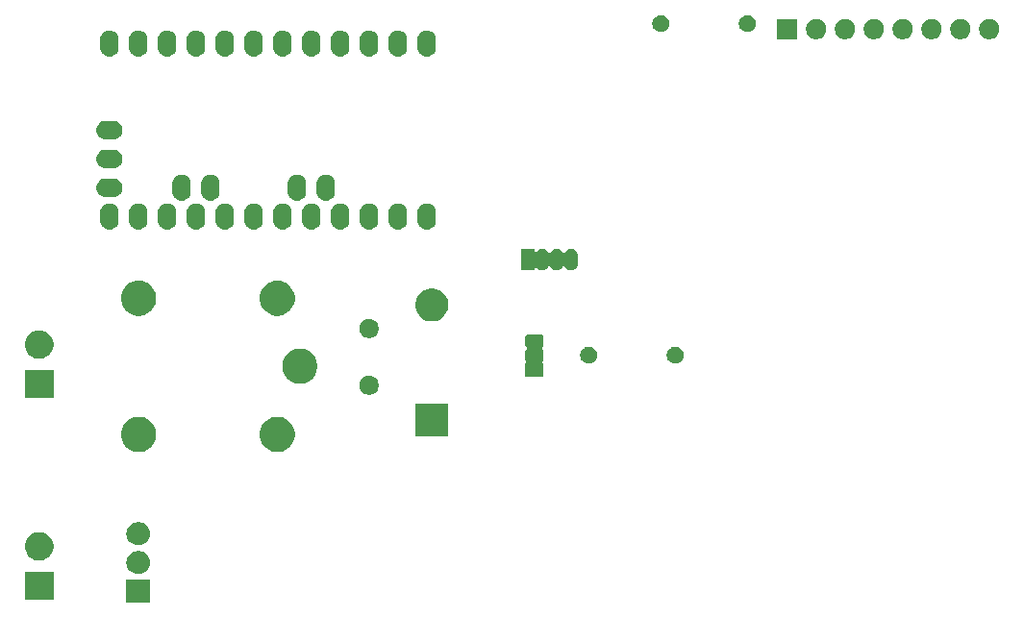
<source format=gbr>
G04 #@! TF.GenerationSoftware,KiCad,Pcbnew,(5.1.6)-1*
G04 #@! TF.CreationDate,2020-06-07T17:55:02+02:00*
G04 #@! TF.ProjectId,BOTLAND-2-KONTROLA-DOSTEPU,424f544c-414e-4442-9d32-2d4b4f4e5452,rev?*
G04 #@! TF.SameCoordinates,Original*
G04 #@! TF.FileFunction,Soldermask,Top*
G04 #@! TF.FilePolarity,Negative*
%FSLAX46Y46*%
G04 Gerber Fmt 4.6, Leading zero omitted, Abs format (unit mm)*
G04 Created by KiCad (PCBNEW (5.1.6)-1) date 2020-06-07 17:55:02*
%MOMM*%
%LPD*%
G01*
G04 APERTURE LIST*
%ADD10C,0.100000*%
G04 APERTURE END LIST*
D10*
G36*
X37881000Y-152133500D02*
G01*
X35779000Y-152133500D01*
X35779000Y-150126500D01*
X37881000Y-150126500D01*
X37881000Y-152133500D01*
G37*
G36*
X29353560Y-151908560D02*
G01*
X26851560Y-151908560D01*
X26851560Y-149406560D01*
X29353560Y-149406560D01*
X29353560Y-151908560D01*
G37*
G36*
X36975936Y-147591340D02*
G01*
X37074220Y-147601020D01*
X37263381Y-147658401D01*
X37437712Y-147751583D01*
X37590515Y-147876985D01*
X37715917Y-148029788D01*
X37809099Y-148204119D01*
X37866480Y-148393280D01*
X37885855Y-148590000D01*
X37866480Y-148786720D01*
X37809099Y-148975881D01*
X37715917Y-149150212D01*
X37590515Y-149303015D01*
X37437712Y-149428417D01*
X37263381Y-149521599D01*
X37074220Y-149578980D01*
X36975936Y-149588660D01*
X36926795Y-149593500D01*
X36733205Y-149593500D01*
X36684064Y-149588660D01*
X36585780Y-149578980D01*
X36396619Y-149521599D01*
X36222288Y-149428417D01*
X36069485Y-149303015D01*
X35944083Y-149150212D01*
X35850901Y-148975881D01*
X35793520Y-148786720D01*
X35774145Y-148590000D01*
X35793520Y-148393280D01*
X35850901Y-148204119D01*
X35944083Y-148029788D01*
X36069485Y-147876985D01*
X36222288Y-147751583D01*
X36396619Y-147658401D01*
X36585780Y-147601020D01*
X36684064Y-147591340D01*
X36733205Y-147586500D01*
X36926795Y-147586500D01*
X36975936Y-147591340D01*
G37*
G36*
X28467463Y-145954635D02*
G01*
X28695131Y-146048938D01*
X28900026Y-146185845D01*
X29074275Y-146360094D01*
X29211182Y-146564989D01*
X29305485Y-146792657D01*
X29353560Y-147034347D01*
X29353560Y-147280773D01*
X29305485Y-147522463D01*
X29211182Y-147750131D01*
X29074275Y-147955026D01*
X28900026Y-148129275D01*
X28695131Y-148266182D01*
X28695130Y-148266183D01*
X28695129Y-148266183D01*
X28467463Y-148360485D01*
X28225774Y-148408560D01*
X27979346Y-148408560D01*
X27737657Y-148360485D01*
X27509991Y-148266183D01*
X27509990Y-148266183D01*
X27509989Y-148266182D01*
X27305094Y-148129275D01*
X27130845Y-147955026D01*
X26993938Y-147750131D01*
X26899635Y-147522463D01*
X26851560Y-147280773D01*
X26851560Y-147034347D01*
X26899635Y-146792657D01*
X26993938Y-146564989D01*
X27130845Y-146360094D01*
X27305094Y-146185845D01*
X27509989Y-146048938D01*
X27737657Y-145954635D01*
X27979346Y-145906560D01*
X28225774Y-145906560D01*
X28467463Y-145954635D01*
G37*
G36*
X36975936Y-145051340D02*
G01*
X37074220Y-145061020D01*
X37263381Y-145118401D01*
X37437712Y-145211583D01*
X37590515Y-145336985D01*
X37715917Y-145489788D01*
X37809099Y-145664119D01*
X37866480Y-145853280D01*
X37885855Y-146050000D01*
X37866480Y-146246720D01*
X37809099Y-146435881D01*
X37715917Y-146610212D01*
X37590515Y-146763015D01*
X37437712Y-146888417D01*
X37263381Y-146981599D01*
X37074220Y-147038980D01*
X36975936Y-147048660D01*
X36926795Y-147053500D01*
X36733205Y-147053500D01*
X36684064Y-147048660D01*
X36585780Y-147038980D01*
X36396619Y-146981599D01*
X36222288Y-146888417D01*
X36069485Y-146763015D01*
X35944083Y-146610212D01*
X35850901Y-146435881D01*
X35793520Y-146246720D01*
X35774145Y-146050000D01*
X35793520Y-145853280D01*
X35850901Y-145664119D01*
X35944083Y-145489788D01*
X36069485Y-145336985D01*
X36222288Y-145211583D01*
X36396619Y-145118401D01*
X36585780Y-145061020D01*
X36684064Y-145051340D01*
X36733205Y-145046500D01*
X36926795Y-145046500D01*
X36975936Y-145051340D01*
G37*
G36*
X37161665Y-135786642D02*
G01*
X37311490Y-135816444D01*
X37593754Y-135933361D01*
X37847785Y-136103099D01*
X38063821Y-136319135D01*
X38233559Y-136573166D01*
X38350476Y-136855430D01*
X38410080Y-137155080D01*
X38410080Y-137460600D01*
X38350476Y-137760250D01*
X38233559Y-138042514D01*
X38063821Y-138296545D01*
X37847785Y-138512581D01*
X37593754Y-138682319D01*
X37311490Y-138799236D01*
X37161665Y-138829038D01*
X37011841Y-138858840D01*
X36706319Y-138858840D01*
X36556495Y-138829038D01*
X36406670Y-138799236D01*
X36124406Y-138682319D01*
X35870375Y-138512581D01*
X35654339Y-138296545D01*
X35484601Y-138042514D01*
X35367684Y-137760250D01*
X35308080Y-137460600D01*
X35308080Y-137155080D01*
X35367684Y-136855430D01*
X35484601Y-136573166D01*
X35654339Y-136319135D01*
X35870375Y-136103099D01*
X36124406Y-135933361D01*
X36406670Y-135816444D01*
X36556495Y-135786642D01*
X36706319Y-135756840D01*
X37011841Y-135756840D01*
X37161665Y-135786642D01*
G37*
G36*
X49361665Y-135786642D02*
G01*
X49511490Y-135816444D01*
X49793754Y-135933361D01*
X50047785Y-136103099D01*
X50263821Y-136319135D01*
X50433559Y-136573166D01*
X50550476Y-136855430D01*
X50610080Y-137155080D01*
X50610080Y-137460600D01*
X50550476Y-137760250D01*
X50433559Y-138042514D01*
X50263821Y-138296545D01*
X50047785Y-138512581D01*
X49793754Y-138682319D01*
X49511490Y-138799236D01*
X49361665Y-138829038D01*
X49211841Y-138858840D01*
X48906319Y-138858840D01*
X48756495Y-138829038D01*
X48606670Y-138799236D01*
X48324406Y-138682319D01*
X48070375Y-138512581D01*
X47854339Y-138296545D01*
X47684601Y-138042514D01*
X47567684Y-137760250D01*
X47508080Y-137460600D01*
X47508080Y-137155080D01*
X47567684Y-136855430D01*
X47684601Y-136573166D01*
X47854339Y-136319135D01*
X48070375Y-136103099D01*
X48324406Y-135933361D01*
X48606670Y-135816444D01*
X48756495Y-135786642D01*
X48906319Y-135756840D01*
X49211841Y-135756840D01*
X49361665Y-135786642D01*
G37*
G36*
X64128040Y-137518800D02*
G01*
X61226040Y-137518800D01*
X61226040Y-134616800D01*
X64128040Y-134616800D01*
X64128040Y-137518800D01*
G37*
G36*
X29353560Y-134128560D02*
G01*
X26851560Y-134128560D01*
X26851560Y-131626560D01*
X29353560Y-131626560D01*
X29353560Y-134128560D01*
G37*
G36*
X57388068Y-132155783D02*
G01*
X57542940Y-132219933D01*
X57682321Y-132313065D01*
X57800855Y-132431599D01*
X57893987Y-132570980D01*
X57958137Y-132725852D01*
X57990840Y-132890264D01*
X57990840Y-133057896D01*
X57958137Y-133222308D01*
X57893987Y-133377180D01*
X57800855Y-133516561D01*
X57682321Y-133635095D01*
X57542940Y-133728227D01*
X57388068Y-133792377D01*
X57223656Y-133825080D01*
X57056024Y-133825080D01*
X56891612Y-133792377D01*
X56736740Y-133728227D01*
X56597359Y-133635095D01*
X56478825Y-133516561D01*
X56385693Y-133377180D01*
X56321543Y-133222308D01*
X56288840Y-133057896D01*
X56288840Y-132890264D01*
X56321543Y-132725852D01*
X56385693Y-132570980D01*
X56478825Y-132431599D01*
X56597359Y-132313065D01*
X56736740Y-132219933D01*
X56891612Y-132155783D01*
X57056024Y-132123080D01*
X57223656Y-132123080D01*
X57388068Y-132155783D01*
G37*
G36*
X51337343Y-129781804D02*
G01*
X51511490Y-129816444D01*
X51793754Y-129933361D01*
X52047785Y-130103099D01*
X52263821Y-130319135D01*
X52433559Y-130573166D01*
X52550476Y-130855430D01*
X52610080Y-131155080D01*
X52610080Y-131460600D01*
X52550476Y-131760250D01*
X52433559Y-132042514D01*
X52263821Y-132296545D01*
X52047785Y-132512581D01*
X51793754Y-132682319D01*
X51511490Y-132799236D01*
X51361665Y-132829038D01*
X51211841Y-132858840D01*
X50906319Y-132858840D01*
X50756495Y-132829038D01*
X50606670Y-132799236D01*
X50324406Y-132682319D01*
X50070375Y-132512581D01*
X49854339Y-132296545D01*
X49684601Y-132042514D01*
X49567684Y-131760250D01*
X49508080Y-131460600D01*
X49508080Y-131155080D01*
X49567684Y-130855430D01*
X49684601Y-130573166D01*
X49854339Y-130319135D01*
X50070375Y-130103099D01*
X50324406Y-129933361D01*
X50606670Y-129816444D01*
X50780817Y-129781804D01*
X50906319Y-129756840D01*
X51211841Y-129756840D01*
X51337343Y-129781804D01*
G37*
G36*
X72328653Y-128516806D02*
G01*
X72370846Y-128529605D01*
X72409724Y-128550386D01*
X72443805Y-128578355D01*
X72471774Y-128612436D01*
X72492555Y-128651314D01*
X72505354Y-128693507D01*
X72510280Y-128743521D01*
X72510280Y-129432239D01*
X72505354Y-129482253D01*
X72492555Y-129524446D01*
X72471774Y-129563324D01*
X72443805Y-129597405D01*
X72408651Y-129626255D01*
X72391324Y-129643582D01*
X72377711Y-129663956D01*
X72368333Y-129686595D01*
X72363553Y-129710628D01*
X72363553Y-129735133D01*
X72368334Y-129759166D01*
X72377711Y-129781805D01*
X72391325Y-129802179D01*
X72408651Y-129819505D01*
X72443805Y-129848355D01*
X72471774Y-129882436D01*
X72492555Y-129921314D01*
X72505354Y-129963507D01*
X72510280Y-130013521D01*
X72510280Y-130702239D01*
X72505354Y-130752253D01*
X72492555Y-130794446D01*
X72471774Y-130833324D01*
X72460073Y-130847582D01*
X72446459Y-130867956D01*
X72437082Y-130890595D01*
X72432301Y-130914628D01*
X72432301Y-130939132D01*
X72437081Y-130963166D01*
X72446458Y-130985805D01*
X72460072Y-131006179D01*
X72477399Y-131023506D01*
X72497773Y-131037120D01*
X72510280Y-131042300D01*
X72510280Y-132203880D01*
X70908280Y-132203880D01*
X70908280Y-131042795D01*
X70909697Y-131042365D01*
X70931308Y-131030814D01*
X70950250Y-131015269D01*
X70965795Y-130996327D01*
X70977346Y-130974716D01*
X70984459Y-130951267D01*
X70986861Y-130926881D01*
X70984459Y-130902495D01*
X70977346Y-130879046D01*
X70965795Y-130857435D01*
X70958487Y-130847582D01*
X70946786Y-130833324D01*
X70926005Y-130794446D01*
X70913206Y-130752253D01*
X70908280Y-130702239D01*
X70908280Y-130013521D01*
X70913206Y-129963507D01*
X70926005Y-129921314D01*
X70946786Y-129882436D01*
X70974755Y-129848355D01*
X71009909Y-129819505D01*
X71027236Y-129802178D01*
X71040849Y-129781804D01*
X71050227Y-129759165D01*
X71055007Y-129735132D01*
X71055007Y-129710627D01*
X71050226Y-129686594D01*
X71040849Y-129663955D01*
X71027235Y-129643581D01*
X71009909Y-129626255D01*
X70974755Y-129597405D01*
X70946786Y-129563324D01*
X70926005Y-129524446D01*
X70913206Y-129482253D01*
X70908280Y-129432239D01*
X70908280Y-128743521D01*
X70913206Y-128693507D01*
X70926005Y-128651314D01*
X70946786Y-128612436D01*
X70974755Y-128578355D01*
X71008836Y-128550386D01*
X71047714Y-128529605D01*
X71089907Y-128516806D01*
X71139921Y-128511880D01*
X72278639Y-128511880D01*
X72328653Y-128516806D01*
G37*
G36*
X84333699Y-129600180D02*
G01*
X84438481Y-129643582D01*
X84470372Y-129656792D01*
X84593375Y-129738980D01*
X84697980Y-129843585D01*
X84780168Y-129966588D01*
X84836780Y-130103261D01*
X84865640Y-130248353D01*
X84865640Y-130396287D01*
X84836780Y-130541379D01*
X84780168Y-130678052D01*
X84697980Y-130801055D01*
X84593375Y-130905660D01*
X84470372Y-130987848D01*
X84470371Y-130987849D01*
X84470370Y-130987849D01*
X84333699Y-131044460D01*
X84188608Y-131073320D01*
X84040672Y-131073320D01*
X83895581Y-131044460D01*
X83758910Y-130987849D01*
X83758909Y-130987849D01*
X83758908Y-130987848D01*
X83635905Y-130905660D01*
X83531300Y-130801055D01*
X83449112Y-130678052D01*
X83392500Y-130541379D01*
X83363640Y-130396287D01*
X83363640Y-130248353D01*
X83392500Y-130103261D01*
X83449112Y-129966588D01*
X83531300Y-129843585D01*
X83635905Y-129738980D01*
X83758908Y-129656792D01*
X83790800Y-129643582D01*
X83895581Y-129600180D01*
X84040672Y-129571320D01*
X84188608Y-129571320D01*
X84333699Y-129600180D01*
G37*
G36*
X76713699Y-129600180D02*
G01*
X76818481Y-129643582D01*
X76850372Y-129656792D01*
X76973375Y-129738980D01*
X77077980Y-129843585D01*
X77160168Y-129966588D01*
X77216780Y-130103261D01*
X77245640Y-130248353D01*
X77245640Y-130396287D01*
X77216780Y-130541379D01*
X77160168Y-130678052D01*
X77077980Y-130801055D01*
X76973375Y-130905660D01*
X76850372Y-130987848D01*
X76850371Y-130987849D01*
X76850370Y-130987849D01*
X76713699Y-131044460D01*
X76568608Y-131073320D01*
X76420672Y-131073320D01*
X76275581Y-131044460D01*
X76138910Y-130987849D01*
X76138909Y-130987849D01*
X76138908Y-130987848D01*
X76015905Y-130905660D01*
X75911300Y-130801055D01*
X75829112Y-130678052D01*
X75772500Y-130541379D01*
X75743640Y-130396287D01*
X75743640Y-130248353D01*
X75772500Y-130103261D01*
X75829112Y-129966588D01*
X75911300Y-129843585D01*
X76015905Y-129738980D01*
X76138908Y-129656792D01*
X76170800Y-129643582D01*
X76275581Y-129600180D01*
X76420672Y-129571320D01*
X76568608Y-129571320D01*
X76713699Y-129600180D01*
G37*
G36*
X28467463Y-128174635D02*
G01*
X28582559Y-128222309D01*
X28695131Y-128268938D01*
X28900026Y-128405845D01*
X29074275Y-128580094D01*
X29173255Y-128728228D01*
X29211183Y-128784991D01*
X29305485Y-129012657D01*
X29353560Y-129254346D01*
X29353560Y-129500774D01*
X29305485Y-129742463D01*
X29236141Y-129909876D01*
X29211182Y-129970131D01*
X29074275Y-130175026D01*
X28900026Y-130349275D01*
X28695131Y-130486182D01*
X28695130Y-130486183D01*
X28695129Y-130486183D01*
X28467463Y-130580485D01*
X28225774Y-130628560D01*
X27979346Y-130628560D01*
X27737657Y-130580485D01*
X27509991Y-130486183D01*
X27509990Y-130486183D01*
X27509989Y-130486182D01*
X27305094Y-130349275D01*
X27130845Y-130175026D01*
X26993938Y-129970131D01*
X26968980Y-129909876D01*
X26899635Y-129742463D01*
X26851560Y-129500774D01*
X26851560Y-129254346D01*
X26899635Y-129012657D01*
X26993937Y-128784991D01*
X27031865Y-128728228D01*
X27130845Y-128580094D01*
X27305094Y-128405845D01*
X27509989Y-128268938D01*
X27622562Y-128222309D01*
X27737657Y-128174635D01*
X27979346Y-128126560D01*
X28225774Y-128126560D01*
X28467463Y-128174635D01*
G37*
G36*
X57388068Y-127155783D02*
G01*
X57542940Y-127219933D01*
X57682321Y-127313065D01*
X57800855Y-127431599D01*
X57893987Y-127570980D01*
X57958137Y-127725852D01*
X57990840Y-127890264D01*
X57990840Y-128057896D01*
X57958137Y-128222308D01*
X57893987Y-128377180D01*
X57800855Y-128516561D01*
X57682321Y-128635095D01*
X57542940Y-128728227D01*
X57388068Y-128792377D01*
X57223656Y-128825080D01*
X57056024Y-128825080D01*
X56891612Y-128792377D01*
X56736740Y-128728227D01*
X56597359Y-128635095D01*
X56478825Y-128516561D01*
X56385693Y-128377180D01*
X56321543Y-128222308D01*
X56288840Y-128057896D01*
X56288840Y-127890264D01*
X56321543Y-127725852D01*
X56385693Y-127570980D01*
X56478825Y-127431599D01*
X56597359Y-127313065D01*
X56736740Y-127219933D01*
X56891612Y-127155783D01*
X57056024Y-127123080D01*
X57223656Y-127123080D01*
X57388068Y-127155783D01*
G37*
G36*
X63100281Y-124512560D02*
G01*
X63364345Y-124621939D01*
X63601998Y-124780734D01*
X63804106Y-124982842D01*
X63962901Y-125220495D01*
X64072280Y-125484559D01*
X64128040Y-125764888D01*
X64128040Y-126050712D01*
X64072280Y-126331041D01*
X63962901Y-126595105D01*
X63804106Y-126832758D01*
X63601998Y-127034866D01*
X63364345Y-127193661D01*
X63100281Y-127303040D01*
X62819952Y-127358800D01*
X62534128Y-127358800D01*
X62253799Y-127303040D01*
X61989735Y-127193661D01*
X61752082Y-127034866D01*
X61549974Y-126832758D01*
X61391179Y-126595105D01*
X61281800Y-126331041D01*
X61226040Y-126050712D01*
X61226040Y-125764888D01*
X61281800Y-125484559D01*
X61391179Y-125220495D01*
X61549974Y-124982842D01*
X61752082Y-124780734D01*
X61989735Y-124621939D01*
X62253799Y-124512560D01*
X62534128Y-124456800D01*
X62819952Y-124456800D01*
X63100281Y-124512560D01*
G37*
G36*
X49361665Y-123786642D02*
G01*
X49511490Y-123816444D01*
X49793754Y-123933361D01*
X50047785Y-124103099D01*
X50263821Y-124319135D01*
X50433559Y-124573166D01*
X50550476Y-124855430D01*
X50610080Y-125155080D01*
X50610080Y-125460600D01*
X50550476Y-125760250D01*
X50433559Y-126042514D01*
X50263821Y-126296545D01*
X50047785Y-126512581D01*
X49793754Y-126682319D01*
X49511490Y-126799236D01*
X49361665Y-126829038D01*
X49211841Y-126858840D01*
X48906319Y-126858840D01*
X48756495Y-126829038D01*
X48606670Y-126799236D01*
X48324406Y-126682319D01*
X48070375Y-126512581D01*
X47854339Y-126296545D01*
X47684601Y-126042514D01*
X47567684Y-125760250D01*
X47508080Y-125460600D01*
X47508080Y-125155080D01*
X47567684Y-124855430D01*
X47684601Y-124573166D01*
X47854339Y-124319135D01*
X48070375Y-124103099D01*
X48324406Y-123933361D01*
X48606670Y-123816444D01*
X48756495Y-123786642D01*
X48906319Y-123756840D01*
X49211841Y-123756840D01*
X49361665Y-123786642D01*
G37*
G36*
X37161665Y-123786642D02*
G01*
X37311490Y-123816444D01*
X37593754Y-123933361D01*
X37847785Y-124103099D01*
X38063821Y-124319135D01*
X38233559Y-124573166D01*
X38350476Y-124855430D01*
X38410080Y-125155080D01*
X38410080Y-125460600D01*
X38350476Y-125760250D01*
X38233559Y-126042514D01*
X38063821Y-126296545D01*
X37847785Y-126512581D01*
X37593754Y-126682319D01*
X37311490Y-126799236D01*
X37161665Y-126829038D01*
X37011841Y-126858840D01*
X36706319Y-126858840D01*
X36556495Y-126829038D01*
X36406670Y-126799236D01*
X36124406Y-126682319D01*
X35870375Y-126512581D01*
X35654339Y-126296545D01*
X35484601Y-126042514D01*
X35367684Y-125760250D01*
X35308080Y-125460600D01*
X35308080Y-125155080D01*
X35367684Y-124855430D01*
X35484601Y-124573166D01*
X35654339Y-124319135D01*
X35870375Y-124103099D01*
X36124406Y-123933361D01*
X36406670Y-123816444D01*
X36556495Y-123786642D01*
X36706319Y-123756840D01*
X37011841Y-123756840D01*
X37161665Y-123786642D01*
G37*
G36*
X75044875Y-120977479D02*
G01*
X75118516Y-120999818D01*
X75155337Y-121010987D01*
X75257139Y-121065402D01*
X75314227Y-121112253D01*
X75346369Y-121138631D01*
X75419598Y-121227861D01*
X75419599Y-121227863D01*
X75474013Y-121329662D01*
X75474524Y-121331347D01*
X75507521Y-121440124D01*
X75516000Y-121526215D01*
X75516000Y-122313785D01*
X75507521Y-122399876D01*
X75485182Y-122473517D01*
X75474013Y-122510338D01*
X75419598Y-122612140D01*
X75346370Y-122701370D01*
X75257140Y-122774598D01*
X75155338Y-122829013D01*
X75118517Y-122840182D01*
X75044876Y-122862521D01*
X74930000Y-122873835D01*
X74815125Y-122862521D01*
X74741484Y-122840182D01*
X74704663Y-122829013D01*
X74602861Y-122774598D01*
X74513631Y-122701370D01*
X74440403Y-122612140D01*
X74405239Y-122546354D01*
X74391625Y-122525979D01*
X74374298Y-122508653D01*
X74353923Y-122495039D01*
X74331284Y-122485662D01*
X74307251Y-122480882D01*
X74282747Y-122480882D01*
X74258713Y-122485663D01*
X74236075Y-122495040D01*
X74215700Y-122508654D01*
X74198374Y-122525981D01*
X74184761Y-122546355D01*
X74149599Y-122612138D01*
X74076370Y-122701370D01*
X73987140Y-122774598D01*
X73885338Y-122829013D01*
X73848517Y-122840182D01*
X73774876Y-122862521D01*
X73660000Y-122873835D01*
X73545125Y-122862521D01*
X73471484Y-122840182D01*
X73434663Y-122829013D01*
X73332861Y-122774598D01*
X73243631Y-122701370D01*
X73170403Y-122612140D01*
X73135239Y-122546354D01*
X73121625Y-122525979D01*
X73104298Y-122508653D01*
X73083923Y-122495039D01*
X73061284Y-122485662D01*
X73037251Y-122480882D01*
X73012747Y-122480882D01*
X72988713Y-122485663D01*
X72966075Y-122495040D01*
X72945700Y-122508654D01*
X72928374Y-122525981D01*
X72914761Y-122546355D01*
X72879599Y-122612138D01*
X72806370Y-122701370D01*
X72717140Y-122774598D01*
X72615338Y-122829013D01*
X72578517Y-122840182D01*
X72504876Y-122862521D01*
X72390000Y-122873835D01*
X72275125Y-122862521D01*
X72201484Y-122840182D01*
X72164663Y-122829013D01*
X72062861Y-122774598D01*
X71973631Y-122701370D01*
X71927625Y-122645310D01*
X71910298Y-122627983D01*
X71889924Y-122614369D01*
X71867285Y-122604992D01*
X71843252Y-122600211D01*
X71818748Y-122600211D01*
X71794714Y-122604991D01*
X71772076Y-122614368D01*
X71751701Y-122627982D01*
X71734374Y-122645309D01*
X71720760Y-122665683D01*
X71711383Y-122688322D01*
X71706602Y-122712355D01*
X71706000Y-122724608D01*
X71706000Y-122871000D01*
X70534000Y-122871000D01*
X70534000Y-120969000D01*
X71706000Y-120969000D01*
X71706000Y-121115392D01*
X71708402Y-121139778D01*
X71715515Y-121163227D01*
X71727066Y-121184838D01*
X71742611Y-121203780D01*
X71761553Y-121219325D01*
X71783164Y-121230876D01*
X71806613Y-121237989D01*
X71830999Y-121240391D01*
X71855385Y-121237989D01*
X71878834Y-121230876D01*
X71900445Y-121219325D01*
X71919387Y-121203780D01*
X71927625Y-121194690D01*
X71973629Y-121138634D01*
X71973631Y-121138631D01*
X72062861Y-121065402D01*
X72074507Y-121059177D01*
X72164662Y-121010987D01*
X72201483Y-120999818D01*
X72275124Y-120977479D01*
X72390000Y-120966165D01*
X72504875Y-120977479D01*
X72578516Y-120999818D01*
X72615337Y-121010987D01*
X72717139Y-121065402D01*
X72774227Y-121112253D01*
X72806369Y-121138631D01*
X72879598Y-121227861D01*
X72879601Y-121227865D01*
X72914761Y-121293645D01*
X72928374Y-121314020D01*
X72945701Y-121331347D01*
X72966076Y-121344960D01*
X72988715Y-121354338D01*
X73012748Y-121359118D01*
X73037252Y-121359118D01*
X73061285Y-121354338D01*
X73083924Y-121344960D01*
X73104299Y-121331347D01*
X73121626Y-121314020D01*
X73135239Y-121293646D01*
X73170402Y-121227861D01*
X73243629Y-121138634D01*
X73243631Y-121138631D01*
X73332861Y-121065402D01*
X73344507Y-121059177D01*
X73434662Y-121010987D01*
X73471483Y-120999818D01*
X73545124Y-120977479D01*
X73660000Y-120966165D01*
X73774875Y-120977479D01*
X73848516Y-120999818D01*
X73885337Y-121010987D01*
X73987139Y-121065402D01*
X74044227Y-121112253D01*
X74076369Y-121138631D01*
X74149598Y-121227861D01*
X74149601Y-121227865D01*
X74184761Y-121293645D01*
X74198374Y-121314020D01*
X74215701Y-121331347D01*
X74236076Y-121344960D01*
X74258715Y-121354338D01*
X74282748Y-121359118D01*
X74307252Y-121359118D01*
X74331285Y-121354338D01*
X74353924Y-121344960D01*
X74374299Y-121331347D01*
X74391626Y-121314020D01*
X74405239Y-121293646D01*
X74440402Y-121227861D01*
X74513629Y-121138634D01*
X74513631Y-121138631D01*
X74602861Y-121065402D01*
X74614507Y-121059177D01*
X74704662Y-121010987D01*
X74741483Y-120999818D01*
X74815124Y-120977479D01*
X74930000Y-120966165D01*
X75044875Y-120977479D01*
G37*
G36*
X34447135Y-116970778D02*
G01*
X34598232Y-117016613D01*
X34737483Y-117091044D01*
X34859538Y-117191212D01*
X34959706Y-117313267D01*
X35034137Y-117452518D01*
X35079972Y-117603615D01*
X35091570Y-117721375D01*
X35091570Y-118498625D01*
X35079972Y-118616385D01*
X35034137Y-118767482D01*
X34959706Y-118906733D01*
X34859538Y-119028788D01*
X34737482Y-119128956D01*
X34598231Y-119203387D01*
X34447134Y-119249222D01*
X34290000Y-119264698D01*
X34132865Y-119249222D01*
X33981768Y-119203387D01*
X33842517Y-119128956D01*
X33720462Y-119028788D01*
X33620294Y-118906732D01*
X33545863Y-118767481D01*
X33500028Y-118616384D01*
X33488430Y-118498624D01*
X33488430Y-117721375D01*
X33500028Y-117603615D01*
X33500028Y-117603614D01*
X33545863Y-117452519D01*
X33620293Y-117313271D01*
X33620295Y-117313267D01*
X33720463Y-117191212D01*
X33842518Y-117091044D01*
X33981769Y-117016613D01*
X34132866Y-116970778D01*
X34290000Y-116955302D01*
X34447135Y-116970778D01*
G37*
G36*
X36987135Y-116970778D02*
G01*
X37138232Y-117016613D01*
X37277483Y-117091044D01*
X37399538Y-117191212D01*
X37499706Y-117313267D01*
X37574137Y-117452518D01*
X37619972Y-117603615D01*
X37631570Y-117721375D01*
X37631570Y-118498625D01*
X37619972Y-118616385D01*
X37574137Y-118767482D01*
X37499706Y-118906733D01*
X37399538Y-119028788D01*
X37277482Y-119128956D01*
X37138231Y-119203387D01*
X36987134Y-119249222D01*
X36830000Y-119264698D01*
X36672865Y-119249222D01*
X36521768Y-119203387D01*
X36382517Y-119128956D01*
X36260462Y-119028788D01*
X36160294Y-118906732D01*
X36085863Y-118767481D01*
X36040028Y-118616384D01*
X36028430Y-118498624D01*
X36028430Y-117721375D01*
X36040028Y-117603615D01*
X36040028Y-117603614D01*
X36085863Y-117452519D01*
X36160293Y-117313271D01*
X36160295Y-117313267D01*
X36260463Y-117191212D01*
X36382518Y-117091044D01*
X36521769Y-117016613D01*
X36672866Y-116970778D01*
X36830000Y-116955302D01*
X36987135Y-116970778D01*
G37*
G36*
X39527135Y-116970778D02*
G01*
X39678232Y-117016613D01*
X39817483Y-117091044D01*
X39939538Y-117191212D01*
X40039706Y-117313267D01*
X40114137Y-117452518D01*
X40159972Y-117603615D01*
X40171570Y-117721375D01*
X40171570Y-118498625D01*
X40159972Y-118616385D01*
X40114137Y-118767482D01*
X40039706Y-118906733D01*
X39939538Y-119028788D01*
X39817482Y-119128956D01*
X39678231Y-119203387D01*
X39527134Y-119249222D01*
X39370000Y-119264698D01*
X39212865Y-119249222D01*
X39061768Y-119203387D01*
X38922517Y-119128956D01*
X38800462Y-119028788D01*
X38700294Y-118906732D01*
X38625863Y-118767481D01*
X38580028Y-118616384D01*
X38568430Y-118498624D01*
X38568430Y-117721375D01*
X38580028Y-117603615D01*
X38580028Y-117603614D01*
X38625863Y-117452519D01*
X38700293Y-117313271D01*
X38700295Y-117313267D01*
X38800463Y-117191212D01*
X38922518Y-117091044D01*
X39061769Y-117016613D01*
X39212866Y-116970778D01*
X39370000Y-116955302D01*
X39527135Y-116970778D01*
G37*
G36*
X42067135Y-116970778D02*
G01*
X42218232Y-117016613D01*
X42357483Y-117091044D01*
X42479538Y-117191212D01*
X42579706Y-117313267D01*
X42654137Y-117452518D01*
X42699972Y-117603615D01*
X42711570Y-117721375D01*
X42711570Y-118498625D01*
X42699972Y-118616385D01*
X42654137Y-118767482D01*
X42579706Y-118906733D01*
X42479538Y-119028788D01*
X42357482Y-119128956D01*
X42218231Y-119203387D01*
X42067134Y-119249222D01*
X41910000Y-119264698D01*
X41752865Y-119249222D01*
X41601768Y-119203387D01*
X41462517Y-119128956D01*
X41340462Y-119028788D01*
X41240294Y-118906732D01*
X41165863Y-118767481D01*
X41120028Y-118616384D01*
X41108430Y-118498624D01*
X41108430Y-117721375D01*
X41120028Y-117603615D01*
X41120028Y-117603614D01*
X41165863Y-117452519D01*
X41240293Y-117313271D01*
X41240295Y-117313267D01*
X41340463Y-117191212D01*
X41462518Y-117091044D01*
X41601769Y-117016613D01*
X41752866Y-116970778D01*
X41910000Y-116955302D01*
X42067135Y-116970778D01*
G37*
G36*
X44607135Y-116970778D02*
G01*
X44758232Y-117016613D01*
X44897483Y-117091044D01*
X45019538Y-117191212D01*
X45119706Y-117313267D01*
X45194137Y-117452518D01*
X45239972Y-117603615D01*
X45251570Y-117721375D01*
X45251570Y-118498625D01*
X45239972Y-118616385D01*
X45194137Y-118767482D01*
X45119706Y-118906733D01*
X45019538Y-119028788D01*
X44897482Y-119128956D01*
X44758231Y-119203387D01*
X44607134Y-119249222D01*
X44450000Y-119264698D01*
X44292865Y-119249222D01*
X44141768Y-119203387D01*
X44002517Y-119128956D01*
X43880462Y-119028788D01*
X43780294Y-118906732D01*
X43705863Y-118767481D01*
X43660028Y-118616384D01*
X43648430Y-118498624D01*
X43648430Y-117721375D01*
X43660028Y-117603615D01*
X43660028Y-117603614D01*
X43705863Y-117452519D01*
X43780293Y-117313271D01*
X43780295Y-117313267D01*
X43880463Y-117191212D01*
X44002518Y-117091044D01*
X44141769Y-117016613D01*
X44292866Y-116970778D01*
X44450000Y-116955302D01*
X44607135Y-116970778D01*
G37*
G36*
X47147135Y-116970778D02*
G01*
X47298232Y-117016613D01*
X47437483Y-117091044D01*
X47559538Y-117191212D01*
X47659706Y-117313267D01*
X47734137Y-117452518D01*
X47779972Y-117603615D01*
X47791570Y-117721375D01*
X47791570Y-118498625D01*
X47779972Y-118616385D01*
X47734137Y-118767482D01*
X47659706Y-118906733D01*
X47559538Y-119028788D01*
X47437482Y-119128956D01*
X47298231Y-119203387D01*
X47147134Y-119249222D01*
X46990000Y-119264698D01*
X46832865Y-119249222D01*
X46681768Y-119203387D01*
X46542517Y-119128956D01*
X46420462Y-119028788D01*
X46320294Y-118906732D01*
X46245863Y-118767481D01*
X46200028Y-118616384D01*
X46188430Y-118498624D01*
X46188430Y-117721375D01*
X46200028Y-117603615D01*
X46200028Y-117603614D01*
X46245863Y-117452519D01*
X46320293Y-117313271D01*
X46320295Y-117313267D01*
X46420463Y-117191212D01*
X46542518Y-117091044D01*
X46681769Y-117016613D01*
X46832866Y-116970778D01*
X46990000Y-116955302D01*
X47147135Y-116970778D01*
G37*
G36*
X52227135Y-116970778D02*
G01*
X52378232Y-117016613D01*
X52517483Y-117091044D01*
X52639538Y-117191212D01*
X52739706Y-117313267D01*
X52814137Y-117452518D01*
X52859972Y-117603615D01*
X52871570Y-117721375D01*
X52871570Y-118498625D01*
X52859972Y-118616385D01*
X52814137Y-118767482D01*
X52739706Y-118906733D01*
X52639538Y-119028788D01*
X52517482Y-119128956D01*
X52378231Y-119203387D01*
X52227134Y-119249222D01*
X52070000Y-119264698D01*
X51912865Y-119249222D01*
X51761768Y-119203387D01*
X51622517Y-119128956D01*
X51500462Y-119028788D01*
X51400294Y-118906732D01*
X51325863Y-118767481D01*
X51280028Y-118616384D01*
X51268430Y-118498624D01*
X51268430Y-117721375D01*
X51280028Y-117603615D01*
X51280028Y-117603614D01*
X51325863Y-117452519D01*
X51400293Y-117313271D01*
X51400295Y-117313267D01*
X51500463Y-117191212D01*
X51622518Y-117091044D01*
X51761769Y-117016613D01*
X51912866Y-116970778D01*
X52070000Y-116955302D01*
X52227135Y-116970778D01*
G37*
G36*
X57307135Y-116970778D02*
G01*
X57458232Y-117016613D01*
X57597483Y-117091044D01*
X57719538Y-117191212D01*
X57819706Y-117313267D01*
X57894137Y-117452518D01*
X57939972Y-117603615D01*
X57951570Y-117721375D01*
X57951570Y-118498625D01*
X57939972Y-118616385D01*
X57894137Y-118767482D01*
X57819706Y-118906733D01*
X57719538Y-119028788D01*
X57597482Y-119128956D01*
X57458231Y-119203387D01*
X57307134Y-119249222D01*
X57150000Y-119264698D01*
X56992865Y-119249222D01*
X56841768Y-119203387D01*
X56702517Y-119128956D01*
X56580462Y-119028788D01*
X56480294Y-118906732D01*
X56405863Y-118767481D01*
X56360028Y-118616384D01*
X56348430Y-118498624D01*
X56348430Y-117721375D01*
X56360028Y-117603615D01*
X56360028Y-117603614D01*
X56405863Y-117452519D01*
X56480293Y-117313271D01*
X56480295Y-117313267D01*
X56580463Y-117191212D01*
X56702518Y-117091044D01*
X56841769Y-117016613D01*
X56992866Y-116970778D01*
X57150000Y-116955302D01*
X57307135Y-116970778D01*
G37*
G36*
X59847135Y-116970778D02*
G01*
X59998232Y-117016613D01*
X60137483Y-117091044D01*
X60259538Y-117191212D01*
X60359706Y-117313267D01*
X60434137Y-117452518D01*
X60479972Y-117603615D01*
X60491570Y-117721375D01*
X60491570Y-118498625D01*
X60479972Y-118616385D01*
X60434137Y-118767482D01*
X60359706Y-118906733D01*
X60259538Y-119028788D01*
X60137482Y-119128956D01*
X59998231Y-119203387D01*
X59847134Y-119249222D01*
X59690000Y-119264698D01*
X59532865Y-119249222D01*
X59381768Y-119203387D01*
X59242517Y-119128956D01*
X59120462Y-119028788D01*
X59020294Y-118906732D01*
X58945863Y-118767481D01*
X58900028Y-118616384D01*
X58888430Y-118498624D01*
X58888430Y-117721375D01*
X58900028Y-117603615D01*
X58900028Y-117603614D01*
X58945863Y-117452519D01*
X59020293Y-117313271D01*
X59020295Y-117313267D01*
X59120463Y-117191212D01*
X59242518Y-117091044D01*
X59381769Y-117016613D01*
X59532866Y-116970778D01*
X59690000Y-116955302D01*
X59847135Y-116970778D01*
G37*
G36*
X62387135Y-116970778D02*
G01*
X62538232Y-117016613D01*
X62677483Y-117091044D01*
X62799538Y-117191212D01*
X62899706Y-117313267D01*
X62974137Y-117452518D01*
X63019972Y-117603615D01*
X63031570Y-117721375D01*
X63031570Y-118498625D01*
X63019972Y-118616385D01*
X62974137Y-118767482D01*
X62899706Y-118906733D01*
X62799538Y-119028788D01*
X62677482Y-119128956D01*
X62538231Y-119203387D01*
X62387134Y-119249222D01*
X62230000Y-119264698D01*
X62072865Y-119249222D01*
X61921768Y-119203387D01*
X61782517Y-119128956D01*
X61660462Y-119028788D01*
X61560294Y-118906732D01*
X61485863Y-118767481D01*
X61440028Y-118616384D01*
X61428430Y-118498624D01*
X61428430Y-117721375D01*
X61440028Y-117603615D01*
X61440028Y-117603614D01*
X61485863Y-117452519D01*
X61560293Y-117313271D01*
X61560295Y-117313267D01*
X61660463Y-117191212D01*
X61782518Y-117091044D01*
X61921769Y-117016613D01*
X62072866Y-116970778D01*
X62230000Y-116955302D01*
X62387135Y-116970778D01*
G37*
G36*
X54767135Y-116970778D02*
G01*
X54918232Y-117016613D01*
X55057483Y-117091044D01*
X55179538Y-117191212D01*
X55279706Y-117313267D01*
X55354137Y-117452518D01*
X55399972Y-117603615D01*
X55411570Y-117721375D01*
X55411570Y-118498625D01*
X55399972Y-118616385D01*
X55354137Y-118767482D01*
X55279706Y-118906733D01*
X55179538Y-119028788D01*
X55057482Y-119128956D01*
X54918231Y-119203387D01*
X54767134Y-119249222D01*
X54610000Y-119264698D01*
X54452865Y-119249222D01*
X54301768Y-119203387D01*
X54162517Y-119128956D01*
X54040462Y-119028788D01*
X53940294Y-118906732D01*
X53865863Y-118767481D01*
X53820028Y-118616384D01*
X53808430Y-118498624D01*
X53808430Y-117721375D01*
X53820028Y-117603615D01*
X53820028Y-117603614D01*
X53865863Y-117452519D01*
X53940293Y-117313271D01*
X53940295Y-117313267D01*
X54040463Y-117191212D01*
X54162518Y-117091044D01*
X54301769Y-117016613D01*
X54452866Y-116970778D01*
X54610000Y-116955302D01*
X54767135Y-116970778D01*
G37*
G36*
X49687135Y-116970778D02*
G01*
X49838232Y-117016613D01*
X49977483Y-117091044D01*
X50099538Y-117191212D01*
X50199706Y-117313267D01*
X50274137Y-117452518D01*
X50319972Y-117603615D01*
X50331570Y-117721375D01*
X50331570Y-118498625D01*
X50319972Y-118616385D01*
X50274137Y-118767482D01*
X50199706Y-118906733D01*
X50099538Y-119028788D01*
X49977482Y-119128956D01*
X49838231Y-119203387D01*
X49687134Y-119249222D01*
X49530000Y-119264698D01*
X49372865Y-119249222D01*
X49221768Y-119203387D01*
X49082517Y-119128956D01*
X48960462Y-119028788D01*
X48860294Y-118906732D01*
X48785863Y-118767481D01*
X48740028Y-118616384D01*
X48728430Y-118498624D01*
X48728430Y-117721375D01*
X48740028Y-117603615D01*
X48740028Y-117603614D01*
X48785863Y-117452519D01*
X48860293Y-117313271D01*
X48860295Y-117313267D01*
X48960463Y-117191212D01*
X49082518Y-117091044D01*
X49221769Y-117016613D01*
X49372866Y-116970778D01*
X49530000Y-116955302D01*
X49687135Y-116970778D01*
G37*
G36*
X53497135Y-114430778D02*
G01*
X53648232Y-114476613D01*
X53787483Y-114551044D01*
X53909538Y-114651212D01*
X54009706Y-114773267D01*
X54084137Y-114912518D01*
X54129972Y-115063615D01*
X54141570Y-115181375D01*
X54141570Y-115958625D01*
X54129972Y-116076385D01*
X54084137Y-116227482D01*
X54009706Y-116366733D01*
X53909538Y-116488788D01*
X53787482Y-116588956D01*
X53648231Y-116663387D01*
X53497134Y-116709222D01*
X53340000Y-116724698D01*
X53182865Y-116709222D01*
X53031768Y-116663387D01*
X52892517Y-116588956D01*
X52770462Y-116488788D01*
X52670294Y-116366732D01*
X52595863Y-116227481D01*
X52550028Y-116076384D01*
X52538430Y-115958624D01*
X52538430Y-115181375D01*
X52550028Y-115063615D01*
X52569185Y-115000463D01*
X52595863Y-114912519D01*
X52670293Y-114773271D01*
X52670295Y-114773267D01*
X52770463Y-114651212D01*
X52892518Y-114551044D01*
X53031769Y-114476613D01*
X53182866Y-114430778D01*
X53340000Y-114415302D01*
X53497135Y-114430778D01*
G37*
G36*
X40797135Y-114430778D02*
G01*
X40948232Y-114476613D01*
X41087483Y-114551044D01*
X41209538Y-114651212D01*
X41309706Y-114773267D01*
X41384137Y-114912518D01*
X41429972Y-115063615D01*
X41441570Y-115181375D01*
X41441570Y-115958625D01*
X41429972Y-116076385D01*
X41384137Y-116227482D01*
X41309706Y-116366733D01*
X41209538Y-116488788D01*
X41087482Y-116588956D01*
X40948231Y-116663387D01*
X40797134Y-116709222D01*
X40640000Y-116724698D01*
X40482865Y-116709222D01*
X40331768Y-116663387D01*
X40192517Y-116588956D01*
X40070462Y-116488788D01*
X39970294Y-116366732D01*
X39895863Y-116227481D01*
X39850028Y-116076384D01*
X39838430Y-115958624D01*
X39838430Y-115181375D01*
X39850028Y-115063615D01*
X39869185Y-115000463D01*
X39895863Y-114912519D01*
X39970293Y-114773271D01*
X39970295Y-114773267D01*
X40070463Y-114651212D01*
X40192518Y-114551044D01*
X40331769Y-114476613D01*
X40482866Y-114430778D01*
X40640000Y-114415302D01*
X40797135Y-114430778D01*
G37*
G36*
X43337135Y-114430778D02*
G01*
X43488232Y-114476613D01*
X43627483Y-114551044D01*
X43749538Y-114651212D01*
X43849706Y-114773267D01*
X43924137Y-114912518D01*
X43969972Y-115063615D01*
X43981570Y-115181375D01*
X43981570Y-115958625D01*
X43969972Y-116076385D01*
X43924137Y-116227482D01*
X43849706Y-116366733D01*
X43749538Y-116488788D01*
X43627482Y-116588956D01*
X43488231Y-116663387D01*
X43337134Y-116709222D01*
X43180000Y-116724698D01*
X43022865Y-116709222D01*
X42871768Y-116663387D01*
X42732517Y-116588956D01*
X42610462Y-116488788D01*
X42510294Y-116366732D01*
X42435863Y-116227481D01*
X42390028Y-116076384D01*
X42378430Y-115958624D01*
X42378430Y-115181375D01*
X42390028Y-115063615D01*
X42409185Y-115000463D01*
X42435863Y-114912519D01*
X42510293Y-114773271D01*
X42510295Y-114773267D01*
X42610463Y-114651212D01*
X42732518Y-114551044D01*
X42871769Y-114476613D01*
X43022866Y-114430778D01*
X43180000Y-114415302D01*
X43337135Y-114430778D01*
G37*
G36*
X50957135Y-114430778D02*
G01*
X51108232Y-114476613D01*
X51247483Y-114551044D01*
X51369538Y-114651212D01*
X51469706Y-114773267D01*
X51544137Y-114912518D01*
X51589972Y-115063615D01*
X51601570Y-115181375D01*
X51601570Y-115958625D01*
X51589972Y-116076385D01*
X51544137Y-116227482D01*
X51469706Y-116366733D01*
X51369538Y-116488788D01*
X51247482Y-116588956D01*
X51108231Y-116663387D01*
X50957134Y-116709222D01*
X50800000Y-116724698D01*
X50642865Y-116709222D01*
X50491768Y-116663387D01*
X50352517Y-116588956D01*
X50230462Y-116488788D01*
X50130294Y-116366732D01*
X50055863Y-116227481D01*
X50010028Y-116076384D01*
X49998430Y-115958624D01*
X49998430Y-115181375D01*
X50010028Y-115063615D01*
X50029185Y-115000463D01*
X50055863Y-114912519D01*
X50130293Y-114773271D01*
X50130295Y-114773267D01*
X50230463Y-114651212D01*
X50352518Y-114551044D01*
X50491769Y-114476613D01*
X50642866Y-114430778D01*
X50800000Y-114415302D01*
X50957135Y-114430778D01*
G37*
G36*
X34717878Y-114772296D02*
G01*
X34796385Y-114780028D01*
X34947482Y-114825863D01*
X35086733Y-114900294D01*
X35208788Y-115000462D01*
X35308956Y-115122517D01*
X35383387Y-115261768D01*
X35429222Y-115412865D01*
X35444698Y-115570000D01*
X35429222Y-115727135D01*
X35383387Y-115878232D01*
X35308956Y-116017483D01*
X35208788Y-116139538D01*
X35086733Y-116239706D01*
X34947482Y-116314137D01*
X34796385Y-116359972D01*
X34727737Y-116366733D01*
X34678626Y-116371570D01*
X33901374Y-116371570D01*
X33852263Y-116366733D01*
X33783615Y-116359972D01*
X33632518Y-116314137D01*
X33493267Y-116239706D01*
X33371212Y-116139538D01*
X33271044Y-116017483D01*
X33196613Y-115878232D01*
X33150778Y-115727135D01*
X33135302Y-115570000D01*
X33150778Y-115412865D01*
X33196613Y-115261768D01*
X33271044Y-115122517D01*
X33371212Y-115000462D01*
X33493267Y-114900294D01*
X33632518Y-114825863D01*
X33783615Y-114780028D01*
X33862122Y-114772296D01*
X33901374Y-114768430D01*
X34678626Y-114768430D01*
X34717878Y-114772296D01*
G37*
G36*
X34717878Y-112232296D02*
G01*
X34796385Y-112240028D01*
X34947482Y-112285863D01*
X35086733Y-112360294D01*
X35208788Y-112460462D01*
X35308956Y-112582517D01*
X35383387Y-112721768D01*
X35429222Y-112872865D01*
X35444698Y-113030000D01*
X35429222Y-113187135D01*
X35383387Y-113338232D01*
X35308956Y-113477483D01*
X35208788Y-113599538D01*
X35086733Y-113699706D01*
X34947482Y-113774137D01*
X34796385Y-113819972D01*
X34717878Y-113827704D01*
X34678626Y-113831570D01*
X33901374Y-113831570D01*
X33862122Y-113827704D01*
X33783615Y-113819972D01*
X33632518Y-113774137D01*
X33493267Y-113699706D01*
X33371212Y-113599538D01*
X33271044Y-113477483D01*
X33196613Y-113338232D01*
X33150778Y-113187135D01*
X33135302Y-113030000D01*
X33150778Y-112872865D01*
X33196613Y-112721768D01*
X33271044Y-112582517D01*
X33371212Y-112460462D01*
X33493267Y-112360294D01*
X33632518Y-112285863D01*
X33783615Y-112240028D01*
X33862122Y-112232296D01*
X33901374Y-112228430D01*
X34678626Y-112228430D01*
X34717878Y-112232296D01*
G37*
G36*
X34717878Y-109692296D02*
G01*
X34796385Y-109700028D01*
X34947482Y-109745863D01*
X35086733Y-109820294D01*
X35208788Y-109920462D01*
X35308956Y-110042517D01*
X35383387Y-110181768D01*
X35429222Y-110332865D01*
X35444698Y-110490000D01*
X35429222Y-110647135D01*
X35383387Y-110798232D01*
X35308956Y-110937483D01*
X35208788Y-111059538D01*
X35086733Y-111159706D01*
X34947482Y-111234137D01*
X34796385Y-111279972D01*
X34717878Y-111287704D01*
X34678626Y-111291570D01*
X33901374Y-111291570D01*
X33862122Y-111287704D01*
X33783615Y-111279972D01*
X33632518Y-111234137D01*
X33493267Y-111159706D01*
X33371212Y-111059538D01*
X33271044Y-110937483D01*
X33196613Y-110798232D01*
X33150778Y-110647135D01*
X33135302Y-110490000D01*
X33150778Y-110332865D01*
X33196613Y-110181768D01*
X33271044Y-110042517D01*
X33371212Y-109920462D01*
X33493267Y-109820294D01*
X33632518Y-109745863D01*
X33783615Y-109700028D01*
X33862122Y-109692296D01*
X33901374Y-109688430D01*
X34678626Y-109688430D01*
X34717878Y-109692296D01*
G37*
G36*
X52227135Y-101730778D02*
G01*
X52378232Y-101776613D01*
X52378234Y-101776614D01*
X52424649Y-101801423D01*
X52517483Y-101851044D01*
X52639538Y-101951212D01*
X52739706Y-102073267D01*
X52814137Y-102212518D01*
X52859972Y-102363615D01*
X52871570Y-102481375D01*
X52871570Y-103258625D01*
X52859972Y-103376385D01*
X52814137Y-103527482D01*
X52739706Y-103666733D01*
X52639538Y-103788788D01*
X52517482Y-103888956D01*
X52378231Y-103963387D01*
X52227134Y-104009222D01*
X52070000Y-104024698D01*
X51912865Y-104009222D01*
X51761768Y-103963387D01*
X51622517Y-103888956D01*
X51500462Y-103788788D01*
X51400294Y-103666732D01*
X51325863Y-103527481D01*
X51280028Y-103376384D01*
X51268430Y-103258624D01*
X51268430Y-102481375D01*
X51269907Y-102466375D01*
X51280028Y-102363614D01*
X51325863Y-102212519D01*
X51400293Y-102073271D01*
X51400295Y-102073267D01*
X51500463Y-101951212D01*
X51622518Y-101851044D01*
X51715352Y-101801423D01*
X51761767Y-101776614D01*
X51761769Y-101776613D01*
X51912866Y-101730778D01*
X52070000Y-101715302D01*
X52227135Y-101730778D01*
G37*
G36*
X34447135Y-101730778D02*
G01*
X34598232Y-101776613D01*
X34598234Y-101776614D01*
X34644649Y-101801423D01*
X34737483Y-101851044D01*
X34859538Y-101951212D01*
X34959706Y-102073267D01*
X35034137Y-102212518D01*
X35079972Y-102363615D01*
X35091570Y-102481375D01*
X35091570Y-103258625D01*
X35079972Y-103376385D01*
X35034137Y-103527482D01*
X34959706Y-103666733D01*
X34859538Y-103788788D01*
X34737482Y-103888956D01*
X34598231Y-103963387D01*
X34447134Y-104009222D01*
X34290000Y-104024698D01*
X34132865Y-104009222D01*
X33981768Y-103963387D01*
X33842517Y-103888956D01*
X33720462Y-103788788D01*
X33620294Y-103666732D01*
X33545863Y-103527481D01*
X33500028Y-103376384D01*
X33488430Y-103258624D01*
X33488430Y-102481375D01*
X33489907Y-102466375D01*
X33500028Y-102363614D01*
X33545863Y-102212519D01*
X33620293Y-102073271D01*
X33620295Y-102073267D01*
X33720463Y-101951212D01*
X33842518Y-101851044D01*
X33935352Y-101801423D01*
X33981767Y-101776614D01*
X33981769Y-101776613D01*
X34132866Y-101730778D01*
X34290000Y-101715302D01*
X34447135Y-101730778D01*
G37*
G36*
X36987135Y-101730778D02*
G01*
X37138232Y-101776613D01*
X37138234Y-101776614D01*
X37184649Y-101801423D01*
X37277483Y-101851044D01*
X37399538Y-101951212D01*
X37499706Y-102073267D01*
X37574137Y-102212518D01*
X37619972Y-102363615D01*
X37631570Y-102481375D01*
X37631570Y-103258625D01*
X37619972Y-103376385D01*
X37574137Y-103527482D01*
X37499706Y-103666733D01*
X37399538Y-103788788D01*
X37277482Y-103888956D01*
X37138231Y-103963387D01*
X36987134Y-104009222D01*
X36830000Y-104024698D01*
X36672865Y-104009222D01*
X36521768Y-103963387D01*
X36382517Y-103888956D01*
X36260462Y-103788788D01*
X36160294Y-103666732D01*
X36085863Y-103527481D01*
X36040028Y-103376384D01*
X36028430Y-103258624D01*
X36028430Y-102481375D01*
X36029907Y-102466375D01*
X36040028Y-102363614D01*
X36085863Y-102212519D01*
X36160293Y-102073271D01*
X36160295Y-102073267D01*
X36260463Y-101951212D01*
X36382518Y-101851044D01*
X36475352Y-101801423D01*
X36521767Y-101776614D01*
X36521769Y-101776613D01*
X36672866Y-101730778D01*
X36830000Y-101715302D01*
X36987135Y-101730778D01*
G37*
G36*
X39527135Y-101730778D02*
G01*
X39678232Y-101776613D01*
X39678234Y-101776614D01*
X39724649Y-101801423D01*
X39817483Y-101851044D01*
X39939538Y-101951212D01*
X40039706Y-102073267D01*
X40114137Y-102212518D01*
X40159972Y-102363615D01*
X40171570Y-102481375D01*
X40171570Y-103258625D01*
X40159972Y-103376385D01*
X40114137Y-103527482D01*
X40039706Y-103666733D01*
X39939538Y-103788788D01*
X39817482Y-103888956D01*
X39678231Y-103963387D01*
X39527134Y-104009222D01*
X39370000Y-104024698D01*
X39212865Y-104009222D01*
X39061768Y-103963387D01*
X38922517Y-103888956D01*
X38800462Y-103788788D01*
X38700294Y-103666732D01*
X38625863Y-103527481D01*
X38580028Y-103376384D01*
X38568430Y-103258624D01*
X38568430Y-102481375D01*
X38569907Y-102466375D01*
X38580028Y-102363614D01*
X38625863Y-102212519D01*
X38700293Y-102073271D01*
X38700295Y-102073267D01*
X38800463Y-101951212D01*
X38922518Y-101851044D01*
X39015352Y-101801423D01*
X39061767Y-101776614D01*
X39061769Y-101776613D01*
X39212866Y-101730778D01*
X39370000Y-101715302D01*
X39527135Y-101730778D01*
G37*
G36*
X42067135Y-101730778D02*
G01*
X42218232Y-101776613D01*
X42218234Y-101776614D01*
X42264649Y-101801423D01*
X42357483Y-101851044D01*
X42479538Y-101951212D01*
X42579706Y-102073267D01*
X42654137Y-102212518D01*
X42699972Y-102363615D01*
X42711570Y-102481375D01*
X42711570Y-103258625D01*
X42699972Y-103376385D01*
X42654137Y-103527482D01*
X42579706Y-103666733D01*
X42479538Y-103788788D01*
X42357482Y-103888956D01*
X42218231Y-103963387D01*
X42067134Y-104009222D01*
X41910000Y-104024698D01*
X41752865Y-104009222D01*
X41601768Y-103963387D01*
X41462517Y-103888956D01*
X41340462Y-103788788D01*
X41240294Y-103666732D01*
X41165863Y-103527481D01*
X41120028Y-103376384D01*
X41108430Y-103258624D01*
X41108430Y-102481375D01*
X41109907Y-102466375D01*
X41120028Y-102363614D01*
X41165863Y-102212519D01*
X41240293Y-102073271D01*
X41240295Y-102073267D01*
X41340463Y-101951212D01*
X41462518Y-101851044D01*
X41555352Y-101801423D01*
X41601767Y-101776614D01*
X41601769Y-101776613D01*
X41752866Y-101730778D01*
X41910000Y-101715302D01*
X42067135Y-101730778D01*
G37*
G36*
X44607135Y-101730778D02*
G01*
X44758232Y-101776613D01*
X44758234Y-101776614D01*
X44804649Y-101801423D01*
X44897483Y-101851044D01*
X45019538Y-101951212D01*
X45119706Y-102073267D01*
X45194137Y-102212518D01*
X45239972Y-102363615D01*
X45251570Y-102481375D01*
X45251570Y-103258625D01*
X45239972Y-103376385D01*
X45194137Y-103527482D01*
X45119706Y-103666733D01*
X45019538Y-103788788D01*
X44897482Y-103888956D01*
X44758231Y-103963387D01*
X44607134Y-104009222D01*
X44450000Y-104024698D01*
X44292865Y-104009222D01*
X44141768Y-103963387D01*
X44002517Y-103888956D01*
X43880462Y-103788788D01*
X43780294Y-103666732D01*
X43705863Y-103527481D01*
X43660028Y-103376384D01*
X43648430Y-103258624D01*
X43648430Y-102481375D01*
X43649907Y-102466375D01*
X43660028Y-102363614D01*
X43705863Y-102212519D01*
X43780293Y-102073271D01*
X43780295Y-102073267D01*
X43880463Y-101951212D01*
X44002518Y-101851044D01*
X44095352Y-101801423D01*
X44141767Y-101776614D01*
X44141769Y-101776613D01*
X44292866Y-101730778D01*
X44450000Y-101715302D01*
X44607135Y-101730778D01*
G37*
G36*
X47147135Y-101730778D02*
G01*
X47298232Y-101776613D01*
X47298234Y-101776614D01*
X47344649Y-101801423D01*
X47437483Y-101851044D01*
X47559538Y-101951212D01*
X47659706Y-102073267D01*
X47734137Y-102212518D01*
X47779972Y-102363615D01*
X47791570Y-102481375D01*
X47791570Y-103258625D01*
X47779972Y-103376385D01*
X47734137Y-103527482D01*
X47659706Y-103666733D01*
X47559538Y-103788788D01*
X47437482Y-103888956D01*
X47298231Y-103963387D01*
X47147134Y-104009222D01*
X46990000Y-104024698D01*
X46832865Y-104009222D01*
X46681768Y-103963387D01*
X46542517Y-103888956D01*
X46420462Y-103788788D01*
X46320294Y-103666732D01*
X46245863Y-103527481D01*
X46200028Y-103376384D01*
X46188430Y-103258624D01*
X46188430Y-102481375D01*
X46189907Y-102466375D01*
X46200028Y-102363614D01*
X46245863Y-102212519D01*
X46320293Y-102073271D01*
X46320295Y-102073267D01*
X46420463Y-101951212D01*
X46542518Y-101851044D01*
X46635352Y-101801423D01*
X46681767Y-101776614D01*
X46681769Y-101776613D01*
X46832866Y-101730778D01*
X46990000Y-101715302D01*
X47147135Y-101730778D01*
G37*
G36*
X49687135Y-101730778D02*
G01*
X49838232Y-101776613D01*
X49838234Y-101776614D01*
X49884649Y-101801423D01*
X49977483Y-101851044D01*
X50099538Y-101951212D01*
X50199706Y-102073267D01*
X50274137Y-102212518D01*
X50319972Y-102363615D01*
X50331570Y-102481375D01*
X50331570Y-103258625D01*
X50319972Y-103376385D01*
X50274137Y-103527482D01*
X50199706Y-103666733D01*
X50099538Y-103788788D01*
X49977482Y-103888956D01*
X49838231Y-103963387D01*
X49687134Y-104009222D01*
X49530000Y-104024698D01*
X49372865Y-104009222D01*
X49221768Y-103963387D01*
X49082517Y-103888956D01*
X48960462Y-103788788D01*
X48860294Y-103666732D01*
X48785863Y-103527481D01*
X48740028Y-103376384D01*
X48728430Y-103258624D01*
X48728430Y-102481375D01*
X48729907Y-102466375D01*
X48740028Y-102363614D01*
X48785863Y-102212519D01*
X48860293Y-102073271D01*
X48860295Y-102073267D01*
X48960463Y-101951212D01*
X49082518Y-101851044D01*
X49175352Y-101801423D01*
X49221767Y-101776614D01*
X49221769Y-101776613D01*
X49372866Y-101730778D01*
X49530000Y-101715302D01*
X49687135Y-101730778D01*
G37*
G36*
X54767135Y-101730778D02*
G01*
X54918232Y-101776613D01*
X54918234Y-101776614D01*
X54964649Y-101801423D01*
X55057483Y-101851044D01*
X55179538Y-101951212D01*
X55279706Y-102073267D01*
X55354137Y-102212518D01*
X55399972Y-102363615D01*
X55411570Y-102481375D01*
X55411570Y-103258625D01*
X55399972Y-103376385D01*
X55354137Y-103527482D01*
X55279706Y-103666733D01*
X55179538Y-103788788D01*
X55057482Y-103888956D01*
X54918231Y-103963387D01*
X54767134Y-104009222D01*
X54610000Y-104024698D01*
X54452865Y-104009222D01*
X54301768Y-103963387D01*
X54162517Y-103888956D01*
X54040462Y-103788788D01*
X53940294Y-103666732D01*
X53865863Y-103527481D01*
X53820028Y-103376384D01*
X53808430Y-103258624D01*
X53808430Y-102481375D01*
X53809907Y-102466375D01*
X53820028Y-102363614D01*
X53865863Y-102212519D01*
X53940293Y-102073271D01*
X53940295Y-102073267D01*
X54040463Y-101951212D01*
X54162518Y-101851044D01*
X54255352Y-101801423D01*
X54301767Y-101776614D01*
X54301769Y-101776613D01*
X54452866Y-101730778D01*
X54610000Y-101715302D01*
X54767135Y-101730778D01*
G37*
G36*
X62387135Y-101730778D02*
G01*
X62538232Y-101776613D01*
X62538234Y-101776614D01*
X62584649Y-101801423D01*
X62677483Y-101851044D01*
X62799538Y-101951212D01*
X62899706Y-102073267D01*
X62974137Y-102212518D01*
X63019972Y-102363615D01*
X63031570Y-102481375D01*
X63031570Y-103258625D01*
X63019972Y-103376385D01*
X62974137Y-103527482D01*
X62899706Y-103666733D01*
X62799538Y-103788788D01*
X62677482Y-103888956D01*
X62538231Y-103963387D01*
X62387134Y-104009222D01*
X62230000Y-104024698D01*
X62072865Y-104009222D01*
X61921768Y-103963387D01*
X61782517Y-103888956D01*
X61660462Y-103788788D01*
X61560294Y-103666732D01*
X61485863Y-103527481D01*
X61440028Y-103376384D01*
X61428430Y-103258624D01*
X61428430Y-102481375D01*
X61429907Y-102466375D01*
X61440028Y-102363614D01*
X61485863Y-102212519D01*
X61560293Y-102073271D01*
X61560295Y-102073267D01*
X61660463Y-101951212D01*
X61782518Y-101851044D01*
X61875352Y-101801423D01*
X61921767Y-101776614D01*
X61921769Y-101776613D01*
X62072866Y-101730778D01*
X62230000Y-101715302D01*
X62387135Y-101730778D01*
G37*
G36*
X59847135Y-101730778D02*
G01*
X59998232Y-101776613D01*
X59998234Y-101776614D01*
X60044649Y-101801423D01*
X60137483Y-101851044D01*
X60259538Y-101951212D01*
X60359706Y-102073267D01*
X60434137Y-102212518D01*
X60479972Y-102363615D01*
X60491570Y-102481375D01*
X60491570Y-103258625D01*
X60479972Y-103376385D01*
X60434137Y-103527482D01*
X60359706Y-103666733D01*
X60259538Y-103788788D01*
X60137482Y-103888956D01*
X59998231Y-103963387D01*
X59847134Y-104009222D01*
X59690000Y-104024698D01*
X59532865Y-104009222D01*
X59381768Y-103963387D01*
X59242517Y-103888956D01*
X59120462Y-103788788D01*
X59020294Y-103666732D01*
X58945863Y-103527481D01*
X58900028Y-103376384D01*
X58888430Y-103258624D01*
X58888430Y-102481375D01*
X58889907Y-102466375D01*
X58900028Y-102363614D01*
X58945863Y-102212519D01*
X59020293Y-102073271D01*
X59020295Y-102073267D01*
X59120463Y-101951212D01*
X59242518Y-101851044D01*
X59335352Y-101801423D01*
X59381767Y-101776614D01*
X59381769Y-101776613D01*
X59532866Y-101730778D01*
X59690000Y-101715302D01*
X59847135Y-101730778D01*
G37*
G36*
X57307135Y-101730778D02*
G01*
X57458232Y-101776613D01*
X57458234Y-101776614D01*
X57504649Y-101801423D01*
X57597483Y-101851044D01*
X57719538Y-101951212D01*
X57819706Y-102073267D01*
X57894137Y-102212518D01*
X57939972Y-102363615D01*
X57951570Y-102481375D01*
X57951570Y-103258625D01*
X57939972Y-103376385D01*
X57894137Y-103527482D01*
X57819706Y-103666733D01*
X57719538Y-103788788D01*
X57597482Y-103888956D01*
X57458231Y-103963387D01*
X57307134Y-104009222D01*
X57150000Y-104024698D01*
X56992865Y-104009222D01*
X56841768Y-103963387D01*
X56702517Y-103888956D01*
X56580462Y-103788788D01*
X56480294Y-103666732D01*
X56405863Y-103527481D01*
X56360028Y-103376384D01*
X56348430Y-103258624D01*
X56348430Y-102481375D01*
X56349907Y-102466375D01*
X56360028Y-102363614D01*
X56405863Y-102212519D01*
X56480293Y-102073271D01*
X56480295Y-102073267D01*
X56580463Y-101951212D01*
X56702518Y-101851044D01*
X56795352Y-101801423D01*
X56841767Y-101776614D01*
X56841769Y-101776613D01*
X56992866Y-101730778D01*
X57150000Y-101715302D01*
X57307135Y-101730778D01*
G37*
G36*
X96633512Y-100703927D02*
G01*
X96782812Y-100733624D01*
X96946784Y-100801544D01*
X97094354Y-100900147D01*
X97219853Y-101025646D01*
X97318456Y-101173216D01*
X97386376Y-101337188D01*
X97421000Y-101511259D01*
X97421000Y-101688741D01*
X97386376Y-101862812D01*
X97318456Y-102026784D01*
X97219853Y-102174354D01*
X97094354Y-102299853D01*
X96946784Y-102398456D01*
X96782812Y-102466376D01*
X96633512Y-102496073D01*
X96608742Y-102501000D01*
X96431258Y-102501000D01*
X96406488Y-102496073D01*
X96257188Y-102466376D01*
X96093216Y-102398456D01*
X95945646Y-102299853D01*
X95820147Y-102174354D01*
X95721544Y-102026784D01*
X95653624Y-101862812D01*
X95619000Y-101688741D01*
X95619000Y-101511259D01*
X95653624Y-101337188D01*
X95721544Y-101173216D01*
X95820147Y-101025646D01*
X95945646Y-100900147D01*
X96093216Y-100801544D01*
X96257188Y-100733624D01*
X96406488Y-100703927D01*
X96431258Y-100699000D01*
X96608742Y-100699000D01*
X96633512Y-100703927D01*
G37*
G36*
X99173512Y-100703927D02*
G01*
X99322812Y-100733624D01*
X99486784Y-100801544D01*
X99634354Y-100900147D01*
X99759853Y-101025646D01*
X99858456Y-101173216D01*
X99926376Y-101337188D01*
X99961000Y-101511259D01*
X99961000Y-101688741D01*
X99926376Y-101862812D01*
X99858456Y-102026784D01*
X99759853Y-102174354D01*
X99634354Y-102299853D01*
X99486784Y-102398456D01*
X99322812Y-102466376D01*
X99173512Y-102496073D01*
X99148742Y-102501000D01*
X98971258Y-102501000D01*
X98946488Y-102496073D01*
X98797188Y-102466376D01*
X98633216Y-102398456D01*
X98485646Y-102299853D01*
X98360147Y-102174354D01*
X98261544Y-102026784D01*
X98193624Y-101862812D01*
X98159000Y-101688741D01*
X98159000Y-101511259D01*
X98193624Y-101337188D01*
X98261544Y-101173216D01*
X98360147Y-101025646D01*
X98485646Y-100900147D01*
X98633216Y-100801544D01*
X98797188Y-100733624D01*
X98946488Y-100703927D01*
X98971258Y-100699000D01*
X99148742Y-100699000D01*
X99173512Y-100703927D01*
G37*
G36*
X101713512Y-100703927D02*
G01*
X101862812Y-100733624D01*
X102026784Y-100801544D01*
X102174354Y-100900147D01*
X102299853Y-101025646D01*
X102398456Y-101173216D01*
X102466376Y-101337188D01*
X102501000Y-101511259D01*
X102501000Y-101688741D01*
X102466376Y-101862812D01*
X102398456Y-102026784D01*
X102299853Y-102174354D01*
X102174354Y-102299853D01*
X102026784Y-102398456D01*
X101862812Y-102466376D01*
X101713512Y-102496073D01*
X101688742Y-102501000D01*
X101511258Y-102501000D01*
X101486488Y-102496073D01*
X101337188Y-102466376D01*
X101173216Y-102398456D01*
X101025646Y-102299853D01*
X100900147Y-102174354D01*
X100801544Y-102026784D01*
X100733624Y-101862812D01*
X100699000Y-101688741D01*
X100699000Y-101511259D01*
X100733624Y-101337188D01*
X100801544Y-101173216D01*
X100900147Y-101025646D01*
X101025646Y-100900147D01*
X101173216Y-100801544D01*
X101337188Y-100733624D01*
X101486488Y-100703927D01*
X101511258Y-100699000D01*
X101688742Y-100699000D01*
X101713512Y-100703927D01*
G37*
G36*
X104253512Y-100703927D02*
G01*
X104402812Y-100733624D01*
X104566784Y-100801544D01*
X104714354Y-100900147D01*
X104839853Y-101025646D01*
X104938456Y-101173216D01*
X105006376Y-101337188D01*
X105041000Y-101511259D01*
X105041000Y-101688741D01*
X105006376Y-101862812D01*
X104938456Y-102026784D01*
X104839853Y-102174354D01*
X104714354Y-102299853D01*
X104566784Y-102398456D01*
X104402812Y-102466376D01*
X104253512Y-102496073D01*
X104228742Y-102501000D01*
X104051258Y-102501000D01*
X104026488Y-102496073D01*
X103877188Y-102466376D01*
X103713216Y-102398456D01*
X103565646Y-102299853D01*
X103440147Y-102174354D01*
X103341544Y-102026784D01*
X103273624Y-101862812D01*
X103239000Y-101688741D01*
X103239000Y-101511259D01*
X103273624Y-101337188D01*
X103341544Y-101173216D01*
X103440147Y-101025646D01*
X103565646Y-100900147D01*
X103713216Y-100801544D01*
X103877188Y-100733624D01*
X104026488Y-100703927D01*
X104051258Y-100699000D01*
X104228742Y-100699000D01*
X104253512Y-100703927D01*
G37*
G36*
X106793512Y-100703927D02*
G01*
X106942812Y-100733624D01*
X107106784Y-100801544D01*
X107254354Y-100900147D01*
X107379853Y-101025646D01*
X107478456Y-101173216D01*
X107546376Y-101337188D01*
X107581000Y-101511259D01*
X107581000Y-101688741D01*
X107546376Y-101862812D01*
X107478456Y-102026784D01*
X107379853Y-102174354D01*
X107254354Y-102299853D01*
X107106784Y-102398456D01*
X106942812Y-102466376D01*
X106793512Y-102496073D01*
X106768742Y-102501000D01*
X106591258Y-102501000D01*
X106566488Y-102496073D01*
X106417188Y-102466376D01*
X106253216Y-102398456D01*
X106105646Y-102299853D01*
X105980147Y-102174354D01*
X105881544Y-102026784D01*
X105813624Y-101862812D01*
X105779000Y-101688741D01*
X105779000Y-101511259D01*
X105813624Y-101337188D01*
X105881544Y-101173216D01*
X105980147Y-101025646D01*
X106105646Y-100900147D01*
X106253216Y-100801544D01*
X106417188Y-100733624D01*
X106566488Y-100703927D01*
X106591258Y-100699000D01*
X106768742Y-100699000D01*
X106793512Y-100703927D01*
G37*
G36*
X94881000Y-102501000D02*
G01*
X93079000Y-102501000D01*
X93079000Y-100699000D01*
X94881000Y-100699000D01*
X94881000Y-102501000D01*
G37*
G36*
X109333512Y-100703927D02*
G01*
X109482812Y-100733624D01*
X109646784Y-100801544D01*
X109794354Y-100900147D01*
X109919853Y-101025646D01*
X110018456Y-101173216D01*
X110086376Y-101337188D01*
X110121000Y-101511259D01*
X110121000Y-101688741D01*
X110086376Y-101862812D01*
X110018456Y-102026784D01*
X109919853Y-102174354D01*
X109794354Y-102299853D01*
X109646784Y-102398456D01*
X109482812Y-102466376D01*
X109333512Y-102496073D01*
X109308742Y-102501000D01*
X109131258Y-102501000D01*
X109106488Y-102496073D01*
X108957188Y-102466376D01*
X108793216Y-102398456D01*
X108645646Y-102299853D01*
X108520147Y-102174354D01*
X108421544Y-102026784D01*
X108353624Y-101862812D01*
X108319000Y-101688741D01*
X108319000Y-101511259D01*
X108353624Y-101337188D01*
X108421544Y-101173216D01*
X108520147Y-101025646D01*
X108645646Y-100900147D01*
X108793216Y-100801544D01*
X108957188Y-100733624D01*
X109106488Y-100703927D01*
X109131258Y-100699000D01*
X109308742Y-100699000D01*
X109333512Y-100703927D01*
G37*
G36*
X111873512Y-100703927D02*
G01*
X112022812Y-100733624D01*
X112186784Y-100801544D01*
X112334354Y-100900147D01*
X112459853Y-101025646D01*
X112558456Y-101173216D01*
X112626376Y-101337188D01*
X112661000Y-101511259D01*
X112661000Y-101688741D01*
X112626376Y-101862812D01*
X112558456Y-102026784D01*
X112459853Y-102174354D01*
X112334354Y-102299853D01*
X112186784Y-102398456D01*
X112022812Y-102466376D01*
X111873512Y-102496073D01*
X111848742Y-102501000D01*
X111671258Y-102501000D01*
X111646488Y-102496073D01*
X111497188Y-102466376D01*
X111333216Y-102398456D01*
X111185646Y-102299853D01*
X111060147Y-102174354D01*
X110961544Y-102026784D01*
X110893624Y-101862812D01*
X110859000Y-101688741D01*
X110859000Y-101511259D01*
X110893624Y-101337188D01*
X110961544Y-101173216D01*
X111060147Y-101025646D01*
X111185646Y-100900147D01*
X111333216Y-100801544D01*
X111497188Y-100733624D01*
X111646488Y-100703927D01*
X111671258Y-100699000D01*
X111848742Y-100699000D01*
X111873512Y-100703927D01*
G37*
G36*
X83063699Y-100390180D02*
G01*
X83200372Y-100446792D01*
X83323375Y-100528980D01*
X83427980Y-100633585D01*
X83510168Y-100756588D01*
X83510169Y-100756590D01*
X83566780Y-100893261D01*
X83593113Y-101025646D01*
X83595640Y-101038353D01*
X83595640Y-101186287D01*
X83566780Y-101331379D01*
X83510168Y-101468052D01*
X83427980Y-101591055D01*
X83323375Y-101695660D01*
X83200372Y-101777848D01*
X83200371Y-101777849D01*
X83200370Y-101777849D01*
X83063699Y-101834460D01*
X82918608Y-101863320D01*
X82770672Y-101863320D01*
X82625581Y-101834460D01*
X82488910Y-101777849D01*
X82488909Y-101777849D01*
X82488908Y-101777848D01*
X82365905Y-101695660D01*
X82261300Y-101591055D01*
X82179112Y-101468052D01*
X82122500Y-101331379D01*
X82093640Y-101186287D01*
X82093640Y-101038353D01*
X82096168Y-101025646D01*
X82122500Y-100893261D01*
X82179111Y-100756590D01*
X82179112Y-100756588D01*
X82261300Y-100633585D01*
X82365905Y-100528980D01*
X82488908Y-100446792D01*
X82625581Y-100390180D01*
X82770672Y-100361320D01*
X82918608Y-100361320D01*
X83063699Y-100390180D01*
G37*
G36*
X90683699Y-100390180D02*
G01*
X90820372Y-100446792D01*
X90943375Y-100528980D01*
X91047980Y-100633585D01*
X91130168Y-100756588D01*
X91130169Y-100756590D01*
X91186780Y-100893261D01*
X91213113Y-101025646D01*
X91215640Y-101038353D01*
X91215640Y-101186287D01*
X91186780Y-101331379D01*
X91130168Y-101468052D01*
X91047980Y-101591055D01*
X90943375Y-101695660D01*
X90820372Y-101777848D01*
X90820371Y-101777849D01*
X90820370Y-101777849D01*
X90683699Y-101834460D01*
X90538608Y-101863320D01*
X90390672Y-101863320D01*
X90245581Y-101834460D01*
X90108910Y-101777849D01*
X90108909Y-101777849D01*
X90108908Y-101777848D01*
X89985905Y-101695660D01*
X89881300Y-101591055D01*
X89799112Y-101468052D01*
X89742500Y-101331379D01*
X89713640Y-101186287D01*
X89713640Y-101038353D01*
X89716168Y-101025646D01*
X89742500Y-100893261D01*
X89799111Y-100756590D01*
X89799112Y-100756588D01*
X89881300Y-100633585D01*
X89985905Y-100528980D01*
X90108908Y-100446792D01*
X90245581Y-100390180D01*
X90390672Y-100361320D01*
X90538608Y-100361320D01*
X90683699Y-100390180D01*
G37*
M02*

</source>
